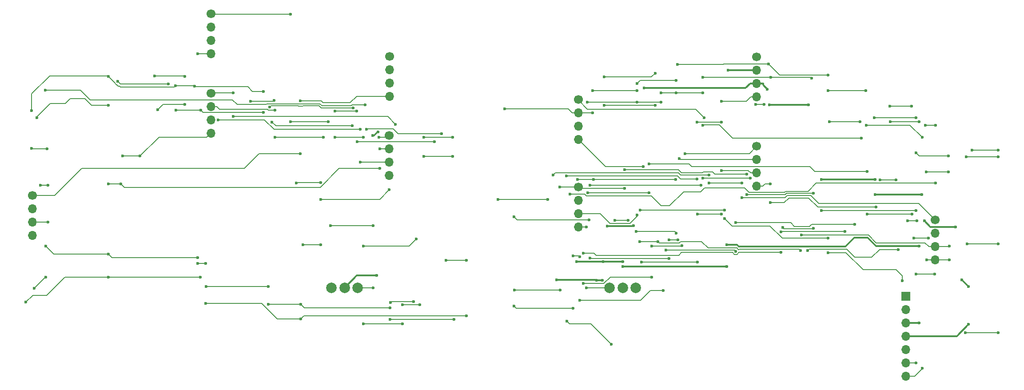
<source format=gbr>
G04 #@! TF.GenerationSoftware,KiCad,Pcbnew,9.0.0*
G04 #@! TF.CreationDate,2025-03-20T15:30:03+09:00*
G04 #@! TF.ProjectId,nofy,6e6f6679-2e6b-4696-9361-645f70636258,rev?*
G04 #@! TF.SameCoordinates,Original*
G04 #@! TF.FileFunction,Copper,L1,Top*
G04 #@! TF.FilePolarity,Positive*
%FSLAX46Y46*%
G04 Gerber Fmt 4.6, Leading zero omitted, Abs format (unit mm)*
G04 Created by KiCad (PCBNEW 9.0.0) date 2025-03-20 15:30:03*
%MOMM*%
%LPD*%
G01*
G04 APERTURE LIST*
G04 #@! TA.AperFunction,ComponentPad*
%ADD10C,1.700000*%
G04 #@! TD*
G04 #@! TA.AperFunction,ComponentPad*
%ADD11O,1.700000X1.700000*%
G04 #@! TD*
G04 #@! TA.AperFunction,ComponentPad*
%ADD12R,1.700000X1.700000*%
G04 #@! TD*
G04 #@! TA.AperFunction,ComponentPad*
%ADD13C,2.000000*%
G04 #@! TD*
G04 #@! TA.AperFunction,ViaPad*
%ADD14C,0.600000*%
G04 #@! TD*
G04 #@! TA.AperFunction,Conductor*
%ADD15C,0.200000*%
G04 #@! TD*
G04 #@! TA.AperFunction,Conductor*
%ADD16C,0.350000*%
G04 #@! TD*
G04 APERTURE END LIST*
D10*
X205300000Y-62500000D03*
D11*
X205300000Y-65040000D03*
X205300000Y-67580000D03*
X205300000Y-70120000D03*
D10*
X171300000Y-31400000D03*
D11*
X171300000Y-33940000D03*
X171300000Y-36480000D03*
X171300000Y-39020000D03*
D10*
X67300000Y-23160000D03*
D11*
X67300000Y-25700000D03*
X67300000Y-28240000D03*
X67300000Y-30780000D03*
D10*
X137300000Y-39505000D03*
D11*
X137300000Y-42045000D03*
X137300000Y-44585000D03*
X137300000Y-47125000D03*
D10*
X101300000Y-46360000D03*
D11*
X101300000Y-48900000D03*
X101300000Y-51440000D03*
X101300000Y-53980000D03*
D10*
X137300000Y-56200000D03*
D11*
X137300000Y-58740000D03*
X137300000Y-61280000D03*
X137300000Y-63820000D03*
D12*
X199700000Y-77040000D03*
D11*
X199700000Y-79580000D03*
X199700000Y-82120000D03*
X199700000Y-84660000D03*
X199700000Y-87200000D03*
X199700000Y-89740000D03*
X199700000Y-92280000D03*
D10*
X171300000Y-48460000D03*
D11*
X171300000Y-51000000D03*
X171300000Y-53540000D03*
X171300000Y-56080000D03*
D10*
X33315000Y-57805000D03*
D11*
X33315000Y-60345000D03*
X33315000Y-62885000D03*
X33315000Y-65425000D03*
D10*
X101315000Y-31305000D03*
D11*
X101315000Y-33845000D03*
X101315000Y-36385000D03*
X101315000Y-38925000D03*
D10*
X67300000Y-38305000D03*
D11*
X67300000Y-40845000D03*
X67300000Y-43385000D03*
X67300000Y-45925000D03*
D13*
X143290000Y-75400000D03*
X148290000Y-75400000D03*
X145790000Y-75400000D03*
X90300000Y-75400000D03*
X95300000Y-75400000D03*
X92800000Y-75400000D03*
D14*
X151976500Y-34518300D03*
X142250000Y-35233500D03*
X148526500Y-36480000D03*
X184922600Y-37851800D03*
X140047700Y-42045000D03*
X201689600Y-49700200D03*
X173580300Y-32780100D03*
X184922600Y-34889700D03*
X201689600Y-42985500D03*
X192126500Y-37851800D03*
X148526500Y-37796800D03*
X156000000Y-35878400D03*
X207826500Y-50282000D03*
X140047700Y-37826700D03*
X156251300Y-32812100D03*
X123256400Y-41285000D03*
X193753400Y-42985500D03*
X151976500Y-40667000D03*
X142250000Y-40667000D03*
X181764000Y-35504200D03*
X153090400Y-40020600D03*
X153090400Y-38267900D03*
X161061000Y-38267900D03*
X192218300Y-44400600D03*
X191008700Y-43776000D03*
X139045400Y-40025500D03*
X202850400Y-46738100D03*
X148526500Y-40025500D03*
X207826500Y-53359200D03*
X174026500Y-35328300D03*
X156000000Y-38267900D03*
X161061000Y-35297800D03*
X185182900Y-43776000D03*
X203602700Y-53359200D03*
X146853800Y-62519200D03*
X144288300Y-62519200D03*
X148338700Y-64680900D03*
X155976500Y-64985800D03*
X179668100Y-68317600D03*
X152526500Y-66608400D03*
X208000000Y-67508500D03*
X149695500Y-52307800D03*
X148998300Y-66608400D03*
X179815900Y-65328800D03*
X146147500Y-52909500D03*
X182112300Y-57434400D03*
X131526500Y-58586500D03*
X122026500Y-58586500D03*
X201714900Y-60717100D03*
X169409000Y-53711700D03*
X133796000Y-56200000D03*
X169409000Y-57636100D03*
X203698700Y-70120000D03*
X146147500Y-56480100D03*
X183647000Y-60717100D03*
X208000000Y-70120000D03*
X125158100Y-75839000D03*
X133845900Y-75839000D03*
X182150000Y-64104300D03*
X176250000Y-63923600D03*
X196686500Y-40813900D03*
X200836500Y-40813900D03*
X202291300Y-43776000D03*
X196802600Y-43776000D03*
X180993500Y-68347300D03*
X198307300Y-68163000D03*
X143600000Y-86150000D03*
X135166500Y-81776200D03*
X212381500Y-49198600D03*
X217350000Y-49198600D03*
X217350000Y-50478100D03*
X211276500Y-50478100D03*
X173904100Y-55624400D03*
X173904100Y-59202700D03*
X194045000Y-60030300D03*
X184922600Y-65953300D03*
X184922600Y-68700600D03*
X148524800Y-61548600D03*
X165216300Y-62242800D03*
X165216300Y-60575000D03*
X149069000Y-60575000D03*
X199046700Y-74051700D03*
X200054800Y-62644500D03*
X161033600Y-44451200D03*
X191287400Y-46872100D03*
X197889200Y-54848900D03*
X194855800Y-54848900D03*
X202894200Y-90726800D03*
X201857900Y-62644500D03*
X161261900Y-43010000D03*
X140775000Y-73964300D03*
X141932700Y-73964300D03*
X149874000Y-37347900D03*
X147848100Y-63568200D03*
X203264100Y-62659600D03*
X142872800Y-63696300D03*
X209223800Y-63813300D03*
X181205000Y-40533300D03*
X211690300Y-75144400D03*
X210424900Y-73879000D03*
X193870700Y-57619100D03*
X173751200Y-40533300D03*
X193870700Y-54759500D03*
X211690300Y-82404700D03*
X202773200Y-57619100D03*
X183626500Y-54759500D03*
X133155000Y-73898100D03*
X173352000Y-37552600D03*
X150780800Y-51806300D03*
X192400400Y-61357000D03*
X204054400Y-65937800D03*
X201256200Y-65937800D03*
X139080300Y-57278500D03*
X200961000Y-61357000D03*
X201657400Y-72762400D03*
X201657400Y-89740000D03*
X192400400Y-53234200D03*
X150780800Y-57278500D03*
X205218700Y-72762400D03*
X217350000Y-67008400D03*
X211450000Y-67008400D03*
X140182100Y-54746700D03*
X137150000Y-54746700D03*
X155854300Y-54754400D03*
X125100000Y-61918600D03*
X139569900Y-55859800D03*
X171150000Y-40421200D03*
X172719300Y-40421200D03*
X161061000Y-54554400D03*
X170136400Y-54554400D03*
X160684500Y-55859800D03*
X139378700Y-62431700D03*
X136355800Y-79321200D03*
X138270100Y-68800000D03*
X188150000Y-64706900D03*
X125100000Y-78940900D03*
X175974500Y-68686500D03*
X175974500Y-64727000D03*
X137600100Y-69529400D03*
X153486300Y-75962100D03*
X190003800Y-63310500D03*
X167294600Y-63015700D03*
X137600100Y-77791500D03*
X167294600Y-68444200D03*
X153997300Y-68260400D03*
X136324000Y-69296000D03*
X205450000Y-44475000D03*
X203469800Y-44475000D03*
X135695000Y-57551600D03*
X205450000Y-55475600D03*
X217350000Y-84007200D03*
X211057600Y-84007200D03*
X90950000Y-41747700D03*
X95121200Y-41747700D03*
X90946900Y-46767000D03*
X96400900Y-46767000D03*
X96350000Y-67472800D03*
X106450000Y-66100000D03*
X168481600Y-55419400D03*
X162192800Y-55419400D03*
X162192800Y-53913000D03*
X168481600Y-58237800D03*
X132504700Y-53911500D03*
X84378500Y-39787700D03*
X84378500Y-49860300D03*
X36083900Y-48900000D03*
X96679700Y-40573300D03*
X33150000Y-48850000D03*
X99342900Y-46739700D03*
X35750000Y-37750000D03*
X99486700Y-52662300D03*
X99486700Y-48900000D03*
X50150000Y-55624400D03*
X47718400Y-55624400D03*
X62350000Y-35158800D03*
X56559200Y-35053300D03*
X57161100Y-41478100D03*
X62350000Y-40427600D03*
X50450000Y-50315600D03*
X53808800Y-50315600D03*
X74851700Y-39878900D03*
X79350000Y-39724300D03*
X95788300Y-45241000D03*
X95788300Y-51440000D03*
X68654600Y-43390200D03*
X59214100Y-36584300D03*
X36229700Y-55905900D03*
X77310100Y-41996700D03*
X95181200Y-47536600D03*
X60600000Y-41573800D03*
X109931900Y-47536600D03*
X34168900Y-43022500D03*
X49550000Y-36100000D03*
X34798200Y-55905900D03*
X36229700Y-62885000D03*
X34168900Y-43022500D03*
X47750000Y-40640700D03*
X65397200Y-41573800D03*
X94225100Y-44558000D03*
X78893300Y-43806600D03*
X84424400Y-81368600D03*
X116031800Y-80779500D03*
X116031800Y-70146200D03*
X66300000Y-78395700D03*
X112067400Y-70146200D03*
X65317500Y-73397000D03*
X47718400Y-73397000D03*
X32050000Y-78150000D03*
X78226600Y-78587600D03*
X33600000Y-75500000D03*
X35829600Y-67472800D03*
X78226600Y-75178900D03*
X47773500Y-69006700D03*
X84411100Y-78587600D03*
X64781200Y-69693400D03*
X101407000Y-81431400D03*
X64781200Y-70733000D03*
X64781200Y-30780000D03*
X66366100Y-75178900D03*
X66300000Y-70733000D03*
X113612000Y-81431400D03*
X35829600Y-73400000D03*
X101407000Y-79259800D03*
X94446200Y-41145900D03*
X60570300Y-36897900D03*
X96985900Y-45184200D03*
X64151700Y-36950000D03*
X77323300Y-38009600D03*
X33150000Y-41650000D03*
X111300000Y-46011000D03*
X47750000Y-35114300D03*
X78518400Y-40966600D03*
X98155000Y-46423500D03*
X99170900Y-45716900D03*
X98927800Y-73083000D03*
X165611800Y-71325400D03*
X136965000Y-70434900D03*
X142045000Y-70434900D03*
X202281100Y-82146100D03*
X165611800Y-67198500D03*
X145790000Y-71325400D03*
X165896500Y-33940000D03*
X145790000Y-70434900D03*
X202281100Y-67480900D03*
X103791600Y-82283300D03*
X96350000Y-82283300D03*
X107090500Y-78645100D03*
X103791600Y-78645100D03*
X107850000Y-46754100D03*
X113350000Y-46754100D03*
X113350000Y-50350000D03*
X107876600Y-50350000D03*
X138870100Y-75400000D03*
X138870100Y-63820000D03*
X79509900Y-41568300D03*
X79509900Y-46738100D03*
X88775400Y-46738100D03*
X82453200Y-43760000D03*
X82453200Y-23271100D03*
X98216300Y-63564800D03*
X89649600Y-43760000D03*
X98216300Y-75400000D03*
X90067600Y-63564800D03*
X71580000Y-42788500D03*
X105942000Y-78015300D03*
X71580000Y-38273700D03*
X102461800Y-44258600D03*
X101519200Y-78255700D03*
X157082000Y-67379500D03*
X151274000Y-67474400D03*
X151274000Y-73397000D03*
X138235000Y-74619400D03*
X157634700Y-49831600D03*
X164627600Y-39845900D03*
X164627600Y-43825000D03*
X135045900Y-54113100D03*
X159960200Y-54691900D03*
X159960200Y-43825000D03*
X160028400Y-61382400D03*
X164606700Y-61382400D03*
X149364800Y-70540400D03*
X160028400Y-70540400D03*
X164606700Y-53075600D03*
X139505000Y-69747600D03*
X154599000Y-66250100D03*
X156576200Y-50814200D03*
X154599000Y-69832100D03*
X156331700Y-66250100D03*
X101300000Y-56743200D03*
X88191600Y-58586500D03*
X84822300Y-67220900D03*
X88191600Y-67220900D03*
X88191600Y-55357300D03*
X83608700Y-55455100D03*
D15*
X151261300Y-35233500D02*
X142250000Y-35233500D01*
X151976500Y-34518300D02*
X151261300Y-35233500D01*
X173580300Y-32780100D02*
X175689900Y-34889700D01*
X156000000Y-35878400D02*
X149128100Y-35878400D01*
X148526500Y-37796800D02*
X148496600Y-37826700D01*
X164921100Y-32812100D02*
X164953100Y-32780100D01*
X207794500Y-50250000D02*
X207826500Y-50282000D01*
X192126500Y-37851800D02*
X184922600Y-37851800D01*
X135388300Y-41285000D02*
X123256400Y-41285000D01*
X202239400Y-50250000D02*
X207794500Y-50250000D01*
X164953100Y-32780100D02*
X173580300Y-32780100D01*
X136148300Y-42045000D02*
X135388300Y-41285000D01*
X148496600Y-37826700D02*
X140047700Y-37826700D01*
X175689900Y-34889700D02*
X184922600Y-34889700D01*
X137300000Y-42045000D02*
X136148300Y-42045000D01*
X156251300Y-32812100D02*
X164921100Y-32812100D01*
X149128100Y-35878400D02*
X148526500Y-36480000D01*
X137300000Y-42045000D02*
X140047700Y-42045000D01*
X193753400Y-42985500D02*
X201689600Y-42985500D01*
X201689600Y-49700200D02*
X202239400Y-50250000D01*
X151976500Y-40667000D02*
X142250000Y-40667000D01*
X173996000Y-35297800D02*
X161061000Y-35297800D01*
X139045400Y-40025500D02*
X148526500Y-40025500D01*
X153090400Y-38267900D02*
X156000000Y-38267900D01*
X200512900Y-44400600D02*
X202850400Y-46738100D01*
X207826500Y-53359200D02*
X203602700Y-53359200D01*
X148526500Y-40025500D02*
X148531400Y-40020600D01*
X148531400Y-40020600D02*
X153090400Y-40020600D01*
X192218300Y-44400600D02*
X200512900Y-44400600D01*
X174026500Y-35328300D02*
X173996000Y-35297800D01*
X181588100Y-35328300D02*
X181764000Y-35504200D01*
X185182900Y-43776000D02*
X191008700Y-43776000D01*
X174026500Y-35328300D02*
X181588100Y-35328300D01*
X156000000Y-38267900D02*
X161061000Y-38267900D01*
X144288300Y-62519200D02*
X146853800Y-62519200D01*
X148338700Y-64680900D02*
X155671600Y-64680900D01*
X155671600Y-64680900D02*
X155976500Y-64985800D01*
X203408700Y-66840400D02*
X204148300Y-67580000D01*
X152769900Y-66851800D02*
X152526500Y-66608400D01*
X179837100Y-65350000D02*
X192599100Y-65350000D01*
X192599100Y-65350000D02*
X194089500Y-66840400D01*
X179668100Y-68317600D02*
X179408500Y-68058000D01*
X194089500Y-66840400D02*
X203408700Y-66840400D01*
X167852700Y-68151400D02*
X167543800Y-67842500D01*
X156580900Y-66851800D02*
X152769900Y-66851800D01*
X167543800Y-67842500D02*
X162028600Y-67842500D01*
X160794500Y-66608400D02*
X156824300Y-66608400D01*
X179408500Y-68058000D02*
X168028700Y-68058000D01*
X204148300Y-67580000D02*
X205300000Y-67580000D01*
X137300000Y-47125000D02*
X142482800Y-52307800D01*
X179815900Y-65328800D02*
X179837100Y-65350000D01*
X208000000Y-67508500D02*
X207928500Y-67580000D01*
X148998300Y-66608400D02*
X152526500Y-66608400D01*
X142482800Y-52307800D02*
X149695500Y-52307800D01*
X168028700Y-68058000D02*
X167935300Y-68151400D01*
X162028600Y-67842500D02*
X160794500Y-66608400D01*
X167935300Y-68151400D02*
X167852700Y-68151400D01*
X207928500Y-67580000D02*
X205300000Y-67580000D01*
X156824300Y-66608400D02*
X156580900Y-66851800D01*
X169409000Y-53711700D02*
X163302400Y-53711700D01*
X162902000Y-53311300D02*
X161154500Y-53311300D01*
X163302400Y-53711700D02*
X162902000Y-53311300D01*
X137580100Y-56480100D02*
X146147500Y-56480100D01*
X176765500Y-57636100D02*
X169409000Y-57636100D01*
X201714900Y-60717100D02*
X183647000Y-60717100D01*
X208000000Y-70120000D02*
X205300000Y-70120000D01*
X137300000Y-56200000D02*
X133796000Y-56200000D01*
X156988800Y-53511300D02*
X156387000Y-52909500D01*
X160954500Y-53511300D02*
X156988800Y-53511300D01*
X176967200Y-57434400D02*
X176765500Y-57636100D01*
X182112300Y-57434400D02*
X176967200Y-57434400D01*
X137300000Y-56200000D02*
X137580100Y-56480100D01*
X156387000Y-52909500D02*
X146147500Y-52909500D01*
X161154500Y-53311300D02*
X160954500Y-53511300D01*
X131526500Y-58586500D02*
X122026500Y-58586500D01*
X205300000Y-70120000D02*
X203698700Y-70120000D01*
X133845900Y-75839000D02*
X125158100Y-75839000D01*
X176250000Y-63923600D02*
X176455300Y-64128900D01*
X176455300Y-64128900D02*
X182125400Y-64128900D01*
X182125400Y-64128900D02*
X182150000Y-64104300D01*
X200836500Y-40813900D02*
X196686500Y-40813900D01*
X196802600Y-43776000D02*
X202291300Y-43776000D01*
X181270100Y-68070700D02*
X188436200Y-68070700D01*
X188436200Y-68070700D02*
X189984000Y-69618500D01*
X180993500Y-68347300D02*
X181270100Y-68070700D01*
X189984000Y-69618500D02*
X193250100Y-69618500D01*
X193250100Y-69618500D02*
X194705600Y-68163000D01*
X194705600Y-68163000D02*
X198307300Y-68163000D01*
X139733300Y-82283300D02*
X135673600Y-82283300D01*
X143600000Y-86150000D02*
X139733300Y-82283300D01*
X135673600Y-82283300D02*
X135166500Y-81776200D01*
X212381500Y-49198600D02*
X217350000Y-49198600D01*
X211276500Y-50478100D02*
X217350000Y-50478100D01*
X177450000Y-58287800D02*
X181227900Y-58287800D01*
X173904100Y-55624400D02*
X172907300Y-55624400D01*
X172907300Y-55624400D02*
X172451700Y-56080000D01*
X171300000Y-56080000D02*
X172451700Y-56080000D01*
X176535100Y-59202700D02*
X177450000Y-58287800D01*
X182970400Y-60030300D02*
X194045000Y-60030300D01*
X181227900Y-58287800D02*
X182970400Y-60030300D01*
X173904100Y-59202700D02*
X176535100Y-59202700D01*
X199046700Y-74051700D02*
X199046700Y-73143100D01*
X143357200Y-63164400D02*
X141472800Y-61280000D01*
X173836800Y-63617500D02*
X176172600Y-65953300D01*
X148524800Y-61548600D02*
X148524800Y-61773800D01*
X148524800Y-61773800D02*
X147134200Y-63164400D01*
X191576600Y-71931300D02*
X188345900Y-68700600D01*
X165216300Y-62242800D02*
X166591000Y-63617500D01*
X141472800Y-61280000D02*
X137300000Y-61280000D01*
X188345900Y-68700600D02*
X184922600Y-68700600D01*
X199046700Y-73143100D02*
X197834900Y-71931300D01*
X147134200Y-63164400D02*
X143357200Y-63164400D01*
X176172600Y-65953300D02*
X184922600Y-65953300D01*
X166591000Y-63617500D02*
X173836800Y-63617500D01*
X149069000Y-60575000D02*
X165216300Y-60575000D01*
X197834900Y-71931300D02*
X191576600Y-71931300D01*
X191287400Y-46872100D02*
X166677300Y-46872100D01*
X199700000Y-92280000D02*
X201470000Y-92280000D01*
X161103700Y-44381100D02*
X161033600Y-44451200D01*
X137300000Y-39505000D02*
X137300000Y-39654700D01*
X139062500Y-41417200D02*
X159669100Y-41417200D01*
X166677300Y-46872100D02*
X164186300Y-44381100D01*
X137300000Y-39654700D02*
X139062500Y-41417200D01*
X194855800Y-54848900D02*
X197889200Y-54848900D01*
X164186300Y-44381100D02*
X161103700Y-44381100D01*
X201470000Y-92280000D02*
X202894200Y-90855800D01*
X202894200Y-90855800D02*
X202894200Y-90726800D01*
X159669100Y-41417200D02*
X161261900Y-43010000D01*
X200054800Y-62644500D02*
X201857900Y-62644500D01*
D16*
X199700000Y-84660000D02*
X209435000Y-84660000D01*
X211690300Y-75144400D02*
X210424900Y-73879000D01*
X140708800Y-73898100D02*
X133155000Y-73898100D01*
X147720000Y-63696300D02*
X147848100Y-63568200D01*
X172526700Y-36727300D02*
X172526700Y-36480000D01*
X169205400Y-37347900D02*
X170073300Y-36480000D01*
X204417800Y-63813300D02*
X203264100Y-62659600D01*
X171300000Y-36480000D02*
X172526700Y-36480000D01*
X209435000Y-84660000D02*
X211690300Y-82404700D01*
X202773200Y-57619100D02*
X193870700Y-57619100D01*
X149874000Y-37347900D02*
X169205400Y-37347900D01*
X142872800Y-63696300D02*
X147720000Y-63696300D01*
X171034300Y-36480000D02*
X170073300Y-36480000D01*
X140775000Y-73964300D02*
X140708800Y-73898100D01*
X140775000Y-73964300D02*
X141932700Y-73964300D01*
X209223800Y-63813300D02*
X204417800Y-63813300D01*
X173352000Y-37552600D02*
X172526700Y-36727300D01*
X193870700Y-54759500D02*
X183626500Y-54759500D01*
X181205000Y-40533300D02*
X173751200Y-40533300D01*
X171034300Y-36480000D02*
X171300000Y-36480000D01*
D15*
X158953300Y-52307300D02*
X158452300Y-51806300D01*
X158452300Y-51806300D02*
X150780800Y-51806300D01*
X181413700Y-52307300D02*
X158953300Y-52307300D01*
X192400400Y-53234200D02*
X182340600Y-53234200D01*
X150780800Y-57278500D02*
X139080300Y-57278500D01*
X199700000Y-89740000D02*
X201657400Y-89740000D01*
X192400400Y-61357000D02*
X200961000Y-61357000D01*
X204054400Y-65937800D02*
X201256200Y-65937800D01*
X182340600Y-53234200D02*
X181413700Y-52307300D01*
X205218700Y-72762400D02*
X201657400Y-72762400D01*
X211450000Y-67008400D02*
X217350000Y-67008400D01*
X137150000Y-54746700D02*
X140182100Y-54746700D01*
X155854300Y-54754400D02*
X155846600Y-54746700D01*
X155846600Y-54746700D02*
X140182100Y-54746700D01*
X125613100Y-62431700D02*
X139378700Y-62431700D01*
X125100000Y-61918600D02*
X125613100Y-62431700D01*
X139569900Y-55859800D02*
X160684500Y-55859800D01*
X171150000Y-40421200D02*
X172719300Y-40421200D01*
X161061000Y-54554400D02*
X170136400Y-54554400D01*
X167045500Y-69045900D02*
X167543800Y-69045900D01*
X141367000Y-69206700D02*
X156452100Y-69206700D01*
X125100000Y-78940900D02*
X125480300Y-79321200D01*
X140317900Y-68800000D02*
X140724600Y-69206700D01*
X166691600Y-68692000D02*
X167045500Y-69045900D01*
X167903100Y-68686500D02*
X175974500Y-68686500D01*
X175974500Y-64727000D02*
X175994600Y-64706900D01*
X138270100Y-68800000D02*
X140317900Y-68800000D01*
X125480300Y-79321200D02*
X136355800Y-79321200D01*
X156452100Y-69206700D02*
X156966800Y-68692000D01*
X175994600Y-64706900D02*
X188150000Y-64706900D01*
X167903100Y-68686600D02*
X167903100Y-68686500D01*
X167543800Y-69045900D02*
X167903100Y-68686600D01*
X140724600Y-69206700D02*
X141367000Y-69206700D01*
X156966800Y-68692000D02*
X166691600Y-68692000D01*
X178495000Y-63723500D02*
X177787200Y-63015700D01*
X190003800Y-63310500D02*
X181793800Y-63310500D01*
X167110800Y-68260400D02*
X153997300Y-68260400D01*
X137600100Y-69529400D02*
X137366700Y-69296000D01*
X177787200Y-63015700D02*
X167294600Y-63015700D01*
X137366700Y-69296000D02*
X136324000Y-69296000D01*
X167294600Y-68444200D02*
X167110800Y-68260400D01*
X149208500Y-77791500D02*
X137600100Y-77791500D01*
X153486300Y-75962100D02*
X151037900Y-75962100D01*
X151037900Y-75962100D02*
X149208500Y-77791500D01*
X181793800Y-63310500D02*
X181380800Y-63723500D01*
X181380800Y-63723500D02*
X178495000Y-63723500D01*
X176600300Y-57233300D02*
X176800900Y-57032700D01*
X157377400Y-57112100D02*
X157377400Y-57112000D01*
X157377400Y-57112000D02*
X160640400Y-57112000D01*
X138831200Y-57880200D02*
X151190800Y-57880200D01*
X153112300Y-59801700D02*
X154687800Y-59801700D01*
X151190800Y-57880200D02*
X153112300Y-59801700D01*
X169857100Y-57233300D02*
X176600300Y-57233300D01*
X176800900Y-57032700D02*
X181107800Y-57032700D01*
X203469800Y-44475000D02*
X205450000Y-44475000D01*
X168979900Y-56356100D02*
X169857100Y-57233300D01*
X181107800Y-57032700D02*
X182664900Y-55475600D01*
X160640400Y-57112000D02*
X161396300Y-56356100D01*
X135695000Y-57551600D02*
X138502600Y-57551600D01*
X182664900Y-55475600D02*
X205450000Y-55475600D01*
X161396300Y-56356100D02*
X168979900Y-56356100D01*
X154687800Y-59801700D02*
X157377400Y-57112100D01*
X138502600Y-57551600D02*
X138831200Y-57880200D01*
X211057600Y-84007200D02*
X217350000Y-84007200D01*
X90950000Y-41747700D02*
X95121200Y-41747700D01*
X96400900Y-46767000D02*
X90946900Y-46767000D01*
X96350000Y-67472800D02*
X105077200Y-67472800D01*
X105077200Y-67472800D02*
X106450000Y-66100000D01*
X183136300Y-59366100D02*
X181606300Y-57836100D01*
X132904900Y-53511300D02*
X132504700Y-53911500D01*
X162192800Y-55419400D02*
X168481600Y-55419400D01*
X156822500Y-53913000D02*
X156420800Y-53511300D01*
X177133500Y-57836100D02*
X176731800Y-58237800D01*
X176731800Y-58237800D02*
X168481600Y-58237800D01*
X181606300Y-57836100D02*
X177133500Y-57836100D01*
X162192800Y-53913000D02*
X156822500Y-53913000D01*
X202166100Y-59366100D02*
X183136300Y-59366100D01*
X156420800Y-53511300D02*
X132904900Y-53511300D01*
X205300000Y-62500000D02*
X202166100Y-59366100D01*
X88636800Y-40142400D02*
X88282100Y-39787700D01*
X101315000Y-38925000D02*
X95048100Y-38925000D01*
X88282100Y-39787700D02*
X84378500Y-39787700D01*
X76487700Y-49860300D02*
X84378500Y-49860300D01*
X73685700Y-52662300D02*
X42685800Y-52662300D01*
X37543100Y-57805000D02*
X33315000Y-57805000D01*
X42685800Y-52662300D02*
X37543100Y-57805000D01*
X95048100Y-38925000D02*
X93830700Y-40142400D01*
X93830700Y-40142400D02*
X88636800Y-40142400D01*
X73685700Y-52662300D02*
X76487700Y-49860300D01*
X44261800Y-39575000D02*
X71385500Y-39575000D01*
X101300000Y-46360000D02*
X100920300Y-46739700D01*
X84674600Y-40342500D02*
X88068700Y-40342500D01*
X84129400Y-40389400D02*
X84627700Y-40389400D01*
X72312800Y-40502300D02*
X77806000Y-40502300D01*
X88470400Y-40744200D02*
X93996700Y-40744200D01*
X71385500Y-39575000D02*
X72312800Y-40502300D01*
X84082500Y-40342500D02*
X84129400Y-40389400D01*
X84627700Y-40389400D02*
X84674600Y-40342500D01*
X93996700Y-40744200D02*
X94225300Y-40515600D01*
X33200000Y-48900000D02*
X33150000Y-48850000D01*
X77806000Y-40502300D02*
X77965800Y-40342500D01*
X36083900Y-48900000D02*
X33200000Y-48900000D01*
X88068700Y-40342500D02*
X88470400Y-40744200D01*
X96622000Y-40515600D02*
X96679700Y-40573300D01*
X100920300Y-46739700D02*
X99342900Y-46739700D01*
X77965800Y-40342500D02*
X84082500Y-40342500D01*
X35750000Y-37750000D02*
X42436800Y-37750000D01*
X42436800Y-37750000D02*
X44261800Y-39575000D01*
X94225300Y-40515600D02*
X96622000Y-40515600D01*
X100148300Y-48900000D02*
X99486700Y-48900000D01*
X91737500Y-52662300D02*
X99486700Y-52662300D01*
X88143700Y-56256100D02*
X91737500Y-52662300D01*
X101300000Y-48900000D02*
X100148300Y-48900000D01*
X50781700Y-56256100D02*
X88143700Y-56256100D01*
X47718400Y-55624400D02*
X50150000Y-55624400D01*
X50150000Y-55624400D02*
X50781700Y-56256100D01*
X62244500Y-35053300D02*
X62350000Y-35158800D01*
X56559200Y-35053300D02*
X62244500Y-35053300D01*
X57161100Y-41478100D02*
X58211600Y-40427600D01*
X58211600Y-40427600D02*
X62350000Y-40427600D01*
X67300000Y-45925000D02*
X66485600Y-46739400D01*
X66485600Y-46739400D02*
X57385000Y-46739400D01*
X53808800Y-50315600D02*
X50450000Y-50315600D01*
X57385000Y-46739400D02*
X53808800Y-50315600D01*
X74851700Y-39878900D02*
X79195400Y-39878900D01*
X79195400Y-39878900D02*
X79350000Y-39724300D01*
X79343000Y-45241000D02*
X77492200Y-43390200D01*
X101300000Y-51440000D02*
X95788300Y-51440000D01*
X77492200Y-43390200D02*
X68654600Y-43390200D01*
X95788300Y-45241000D02*
X79343000Y-45241000D01*
X50034300Y-36584300D02*
X59214100Y-36584300D01*
X94225100Y-44558000D02*
X79644700Y-44558000D01*
X79644700Y-44558000D02*
X78893300Y-43806600D01*
X60600000Y-41573800D02*
X65397200Y-41573800D01*
X34168900Y-43022500D02*
X34168900Y-42844300D01*
X39537100Y-40331600D02*
X40487300Y-39381400D01*
X34168900Y-42844300D02*
X36681600Y-40331600D01*
X44559300Y-40640700D02*
X47750000Y-40640700D01*
X65820100Y-41996700D02*
X65397200Y-41573800D01*
X43300000Y-39381400D02*
X44559300Y-40640700D01*
X77310100Y-41996700D02*
X65820100Y-41996700D01*
X40487300Y-39381400D02*
X43300000Y-39381400D01*
X109931900Y-47536600D02*
X95181200Y-47536600D01*
X49550000Y-36100000D02*
X50034300Y-36584300D01*
X33315000Y-62885000D02*
X34466700Y-62885000D01*
X36681600Y-40331600D02*
X39537100Y-40331600D01*
X34798200Y-55905900D02*
X36229700Y-55905900D01*
X34466700Y-62885000D02*
X36229700Y-62885000D01*
X33375000Y-76825000D02*
X35999000Y-76825000D01*
X79924800Y-81368600D02*
X76951900Y-78395700D01*
X76951900Y-78395700D02*
X66300000Y-78395700D01*
X39427000Y-73397000D02*
X47718400Y-73397000D01*
X35999000Y-76825000D02*
X39427000Y-73397000D01*
X85013500Y-80779500D02*
X116031800Y-80779500D01*
X112067400Y-70146200D02*
X116031800Y-70146200D01*
X47718400Y-73397000D02*
X65317500Y-73397000D01*
X84424400Y-81368600D02*
X85013500Y-80779500D01*
X32050000Y-78150000D02*
X33375000Y-76825000D01*
X84424400Y-81368600D02*
X79924800Y-81368600D01*
X35829600Y-73400000D02*
X35700000Y-73400000D01*
X47773500Y-69006700D02*
X37363500Y-69006700D01*
X37363500Y-69006700D02*
X35829600Y-67472800D01*
X66300000Y-70733000D02*
X64781200Y-70733000D01*
X67300000Y-30780000D02*
X64781200Y-30780000D01*
X64781200Y-69693400D02*
X48460200Y-69693400D01*
X48460200Y-69693400D02*
X47773500Y-69006700D01*
X113612000Y-81431400D02*
X101407000Y-81431400D01*
X78226600Y-75178900D02*
X66366100Y-75178900D01*
X35700000Y-73400000D02*
X33600000Y-75500000D01*
X85083300Y-79259800D02*
X101407000Y-79259800D01*
X78226600Y-78587600D02*
X84411100Y-78587600D01*
X84411100Y-78587600D02*
X85083300Y-79259800D01*
X97054900Y-45115200D02*
X96985900Y-45184200D01*
X102040700Y-45115200D02*
X97054900Y-45115200D01*
X64151700Y-36950000D02*
X64101700Y-36900000D01*
X88304100Y-41145900D02*
X94446200Y-41145900D01*
X78739700Y-40745300D02*
X83917300Y-40745300D01*
X102936500Y-46011000D02*
X102040700Y-45115200D01*
X60570300Y-36897900D02*
X60282900Y-37185300D01*
X49301057Y-36701000D02*
X48949000Y-36348943D01*
X36551057Y-35049000D02*
X47684700Y-35049000D01*
X47684700Y-35049000D02*
X47750000Y-35114300D01*
X64241000Y-37114600D02*
X74314600Y-37114600D01*
X111300000Y-46011000D02*
X102936500Y-46011000D01*
X87903500Y-40745300D02*
X88304100Y-41145900D01*
X64151700Y-37025300D02*
X64241000Y-37114600D01*
X64101700Y-36900000D02*
X60572400Y-36900000D01*
X83917300Y-40745300D02*
X83963100Y-40791100D01*
X49868200Y-36985300D02*
X49621000Y-36985300D01*
X48949000Y-36348943D02*
X48949000Y-36313300D01*
X75209600Y-38009600D02*
X77323300Y-38009600D01*
X64151700Y-36950000D02*
X64151700Y-37025300D01*
X60282900Y-37185300D02*
X50068200Y-37185300D01*
X84794000Y-40791100D02*
X84839800Y-40745300D01*
X49336700Y-36701000D02*
X49301057Y-36701000D01*
X49621000Y-36985300D02*
X49336700Y-36701000D01*
X33150000Y-38450057D02*
X36551057Y-35049000D01*
X83963100Y-40791100D02*
X84794000Y-40791100D01*
X74314600Y-37114600D02*
X75209600Y-38009600D01*
X78518400Y-40966600D02*
X78739700Y-40745300D01*
X60572400Y-36900000D02*
X60570300Y-36897900D01*
X50068200Y-37185300D02*
X49868200Y-36985300D01*
X33150000Y-41650000D02*
X33150000Y-38450057D01*
X48949000Y-36313300D02*
X47750000Y-35114300D01*
X84839800Y-40745300D02*
X87903500Y-40745300D01*
D16*
X95117000Y-73083000D02*
X98927800Y-73083000D01*
X99083000Y-45717000D02*
X99170900Y-45717000D01*
X99170900Y-45717000D02*
X99170900Y-45716900D01*
X98155000Y-46423500D02*
X98376500Y-46423500D01*
X98376500Y-46423500D02*
X99083000Y-45717000D01*
X92800000Y-75400000D02*
X95117000Y-73083000D01*
X199700000Y-82120000D02*
X200926700Y-82120000D01*
X188187500Y-67565800D02*
X167941200Y-67565800D01*
X200952800Y-82146100D02*
X202281100Y-82146100D01*
X200926700Y-82120000D02*
X200952800Y-82146100D01*
X189887002Y-65866298D02*
X188187500Y-67565800D01*
X145790000Y-71325400D02*
X165611800Y-71325400D01*
X136965000Y-70434900D02*
X142045000Y-70434900D01*
X194056834Y-67480900D02*
X192442232Y-65866298D01*
X202281100Y-67480900D02*
X194056834Y-67480900D01*
X167573900Y-67198500D02*
X165611800Y-67198500D01*
X142045000Y-70434900D02*
X145790000Y-70434900D01*
X167941200Y-67565800D02*
X167573900Y-67198500D01*
X192442232Y-65866298D02*
X189887002Y-65866298D01*
X171300000Y-33940000D02*
X165896500Y-33940000D01*
D15*
X103791600Y-78645100D02*
X107090500Y-78645100D01*
X96350000Y-82283300D02*
X103791600Y-82283300D01*
X113350000Y-46754100D02*
X107850000Y-46754100D01*
X113350000Y-50350000D02*
X107876600Y-50350000D01*
X138451700Y-63820000D02*
X138870100Y-63820000D01*
X143290000Y-75400000D02*
X138870100Y-75400000D01*
X137300000Y-63820000D02*
X138451700Y-63820000D01*
X78061000Y-41360000D02*
X78269300Y-41568300D01*
X68451700Y-40845000D02*
X68966700Y-41360000D01*
X67300000Y-40845000D02*
X68451700Y-40845000D01*
X68966700Y-41360000D02*
X78061000Y-41360000D01*
X88775400Y-46738100D02*
X79509900Y-46738100D01*
X78269300Y-41568300D02*
X79509900Y-41568300D01*
X82453200Y-43760000D02*
X89649600Y-43760000D01*
X98216300Y-75400000D02*
X95300000Y-75400000D01*
X67300000Y-23160000D02*
X67411100Y-23271100D01*
X67411100Y-23271100D02*
X82453200Y-23271100D01*
X90067600Y-63564800D02*
X98216300Y-63564800D01*
X67331300Y-38273700D02*
X67300000Y-38305000D01*
X100991700Y-42788500D02*
X102461800Y-44258600D01*
X71580000Y-42788500D02*
X100991700Y-42788500D01*
X105942000Y-78015300D02*
X101759600Y-78015300D01*
X101759600Y-78015300D02*
X101519200Y-78255700D01*
X71580000Y-38273700D02*
X67331300Y-38273700D01*
X157082000Y-67379500D02*
X156987100Y-67474400D01*
X169928400Y-49831600D02*
X157634700Y-49831600D01*
X156987100Y-67474400D02*
X151274000Y-67474400D01*
X171300000Y-48460000D02*
X169928400Y-49831600D01*
X138235000Y-74619400D02*
X142179100Y-74619400D01*
X142179100Y-74619400D02*
X143401500Y-73397000D01*
X143401500Y-73397000D02*
X151274000Y-73397000D01*
X169322400Y-39845900D02*
X164627600Y-39845900D01*
X135045900Y-54113100D02*
X156254400Y-54113100D01*
X164627600Y-43825000D02*
X159960200Y-43825000D01*
X156833200Y-54691900D02*
X159960200Y-54691900D01*
X171300000Y-39020000D02*
X170148300Y-39020000D01*
X156254400Y-54113100D02*
X156833200Y-54691900D01*
X170148300Y-39020000D02*
X169322400Y-39845900D01*
X160028400Y-61382400D02*
X164606700Y-61382400D01*
X169683900Y-53075600D02*
X164606700Y-53075600D01*
X170148300Y-53540000D02*
X169683900Y-53075600D01*
X171300000Y-53540000D02*
X170148300Y-53540000D01*
X160028400Y-70540400D02*
X149364800Y-70540400D01*
X171300000Y-51000000D02*
X170148300Y-51000000D01*
X170148300Y-51000000D02*
X156762000Y-51000000D01*
X139589500Y-69832100D02*
X154599000Y-69832100D01*
X156762000Y-51000000D02*
X156576200Y-50814200D01*
X156331700Y-66250100D02*
X154599000Y-66250100D01*
X139505000Y-69747600D02*
X139589500Y-69832100D01*
X99456700Y-58586500D02*
X101300000Y-56743200D01*
X83706500Y-55357300D02*
X83608700Y-55455100D01*
X84822300Y-67220900D02*
X88191600Y-67220900D01*
X88191600Y-55357300D02*
X83706500Y-55357300D01*
X88191600Y-58586500D02*
X99456700Y-58586500D01*
M02*

</source>
